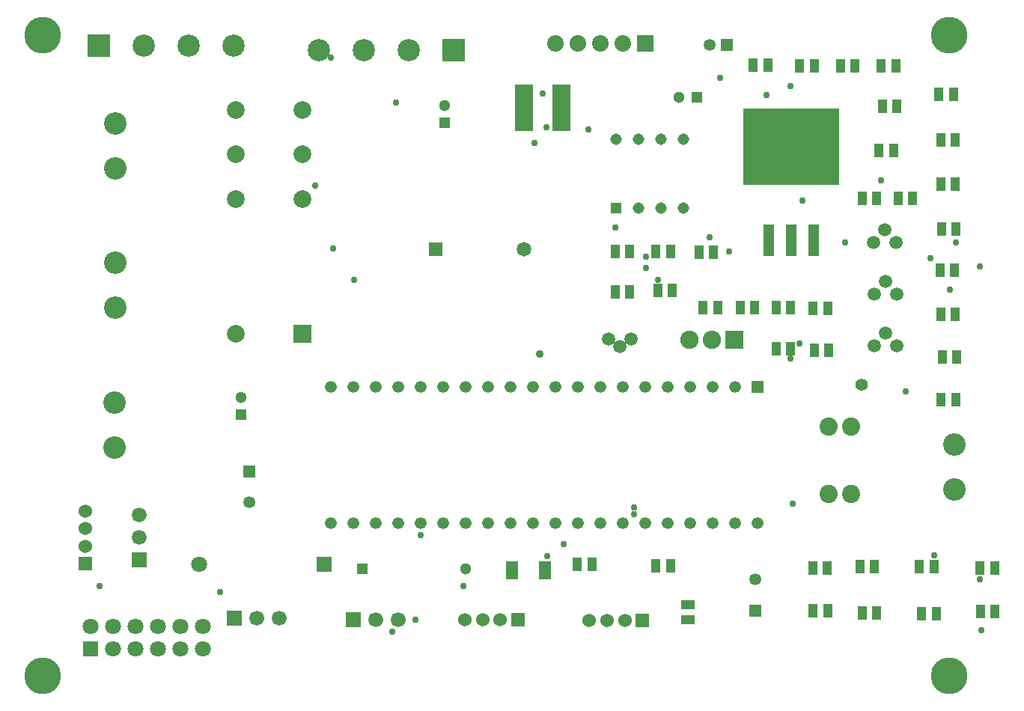
<source format=gts>
G04*
G04 #@! TF.GenerationSoftware,Altium Limited,Altium Designer,22.2.1 (43)*
G04*
G04 Layer_Color=8388736*
%FSLAX25Y25*%
%MOIN*%
G70*
G04*
G04 #@! TF.SameCoordinates,9B2A0443-DB6B-4A28-8C2A-7826D6EB9F8E*
G04*
G04*
G04 #@! TF.FilePolarity,Negative*
G04*
G01*
G75*
%ADD20R,0.03937X0.05906*%
%ADD21R,0.42717X0.34449*%
%ADD22R,0.04528X0.13976*%
%ADD23R,0.05906X0.03937*%
%ADD24R,0.05512X0.08465*%
%ADD25R,0.08071X0.20669*%
%ADD26R,0.07087X0.07087*%
%ADD27C,0.07087*%
%ADD28C,0.05906*%
%ADD29R,0.06028X0.06028*%
%ADD30C,0.06028*%
%ADD31R,0.05315X0.05315*%
%ADD32C,0.05315*%
%ADD33C,0.07874*%
%ADD34R,0.07874X0.07874*%
%ADD35C,0.10039*%
%ADD36C,0.05118*%
%ADD37R,0.05118X0.05118*%
%ADD38R,0.06496X0.06496*%
%ADD39C,0.06496*%
%ADD40C,0.09921*%
%ADD41R,0.09921X0.09921*%
%ADD42C,0.08150*%
%ADD43R,0.08150X0.08150*%
%ADD44R,0.05252X0.05252*%
%ADD45C,0.05252*%
%ADD46C,0.16339*%
%ADD47C,0.05150*%
%ADD48R,0.05150X0.05150*%
%ADD49R,0.05118X0.05118*%
%ADD50C,0.06614*%
%ADD51R,0.06614X0.06614*%
%ADD52R,0.05315X0.05315*%
%ADD53C,0.07382*%
%ADD54R,0.07382X0.07382*%
%ADD55R,0.06028X0.06028*%
%ADD56R,0.06614X0.06614*%
%ADD57C,0.08091*%
%ADD58C,0.02953*%
%ADD59C,0.05591*%
%ADD60C,0.03591*%
D20*
X612248Y387000D02*
D03*
X605752D02*
D03*
X630500Y176000D02*
D03*
X624004D02*
D03*
X604500Y155500D02*
D03*
X598004D02*
D03*
X486248Y177000D02*
D03*
X479752D02*
D03*
X630748Y156500D02*
D03*
X624252D02*
D03*
X603500Y176500D02*
D03*
X597004D02*
D03*
X571500Y156000D02*
D03*
X577996D02*
D03*
X556000Y176000D02*
D03*
X549504D02*
D03*
X606500Y289000D02*
D03*
X612996D02*
D03*
X523004Y400000D02*
D03*
X529500D02*
D03*
X543752Y399500D02*
D03*
X550248D02*
D03*
X570500Y176500D02*
D03*
X576996D02*
D03*
X549752Y157000D02*
D03*
X556248D02*
D03*
X549752Y291500D02*
D03*
X556248D02*
D03*
X550252Y273000D02*
D03*
X556748D02*
D03*
X467996Y299000D02*
D03*
X461500D02*
D03*
X613748Y270000D02*
D03*
X607252D02*
D03*
X587500Y340500D02*
D03*
X593996D02*
D03*
X606504Y347000D02*
D03*
X613000D02*
D03*
X579004Y362000D02*
D03*
X585500D02*
D03*
X577996Y340500D02*
D03*
X571500D02*
D03*
X499000Y316500D02*
D03*
X505496D02*
D03*
X586996Y381500D02*
D03*
X580500D02*
D03*
X523748Y292000D02*
D03*
X517252D02*
D03*
X480500Y299500D02*
D03*
X486996D02*
D03*
X486248Y317000D02*
D03*
X479752D02*
D03*
X468000D02*
D03*
X461504D02*
D03*
X613496Y327000D02*
D03*
X607000D02*
D03*
X507248Y292000D02*
D03*
X500752D02*
D03*
X444752Y177500D02*
D03*
X451248D02*
D03*
X612748Y308500D02*
D03*
X606252D02*
D03*
X562000Y399500D02*
D03*
X568496D02*
D03*
X606752Y251000D02*
D03*
X613248D02*
D03*
X580004Y399500D02*
D03*
X586500D02*
D03*
X533252Y273500D02*
D03*
X539748D02*
D03*
X533252Y292000D02*
D03*
X539748D02*
D03*
X613000Y366500D02*
D03*
X606504D02*
D03*
D21*
X540000Y363677D02*
D03*
D22*
X550000Y321945D02*
D03*
X540000D02*
D03*
X530000D02*
D03*
D23*
X494000Y159496D02*
D03*
Y153000D02*
D03*
D24*
X415618Y175000D02*
D03*
X430382D02*
D03*
D25*
X420964Y381000D02*
D03*
X437500D02*
D03*
D26*
X228000Y140000D02*
D03*
X332000Y177500D02*
D03*
D27*
X228000Y150000D02*
D03*
X238000Y140000D02*
D03*
Y150000D02*
D03*
X248000Y140000D02*
D03*
Y150000D02*
D03*
X258000Y140000D02*
D03*
Y150000D02*
D03*
X268000Y140000D02*
D03*
Y150000D02*
D03*
X278000Y140000D02*
D03*
Y150000D02*
D03*
X276488Y177500D02*
D03*
D28*
X577000Y274937D02*
D03*
X582000Y280437D02*
D03*
X587000Y274937D02*
D03*
X577000Y298000D02*
D03*
X582000Y303500D02*
D03*
X587000Y298000D02*
D03*
X576500Y321000D02*
D03*
X581500Y326500D02*
D03*
X586500Y321000D02*
D03*
X458500Y278000D02*
D03*
X463500Y274654D02*
D03*
X468500Y278000D02*
D03*
D29*
X473748Y152500D02*
D03*
X418248Y153000D02*
D03*
D30*
X465874Y152500D02*
D03*
X458000D02*
D03*
X450126D02*
D03*
X394626Y153000D02*
D03*
X402500D02*
D03*
X410374D02*
D03*
X225500Y185626D02*
D03*
Y193500D02*
D03*
Y201374D02*
D03*
D31*
X524000Y157000D02*
D03*
X298500Y219000D02*
D03*
D32*
X524000Y170780D02*
D03*
X298500Y205220D02*
D03*
X503500Y409000D02*
D03*
D33*
X322264Y379929D02*
D03*
Y360087D02*
D03*
Y340244D02*
D03*
X292736Y379929D02*
D03*
Y360087D02*
D03*
Y340244D02*
D03*
Y280165D02*
D03*
D34*
X322264D02*
D03*
D35*
X239000Y374000D02*
D03*
Y354000D02*
D03*
Y312000D02*
D03*
Y292000D02*
D03*
X238500Y229500D02*
D03*
Y249500D02*
D03*
X612500Y231000D02*
D03*
Y211000D02*
D03*
D36*
X295000Y252000D02*
D03*
X395000Y175500D02*
D03*
X385500Y382000D02*
D03*
X490126Y385500D02*
D03*
D37*
X295000Y244126D02*
D03*
X385500Y374126D02*
D03*
D38*
X381500Y318000D02*
D03*
D39*
X420870D02*
D03*
D40*
X329500Y406500D02*
D03*
X349500D02*
D03*
X369500D02*
D03*
X291500Y408500D02*
D03*
X271500D02*
D03*
X251500D02*
D03*
D41*
X389500Y406500D02*
D03*
X231500Y408500D02*
D03*
D42*
X494500Y277500D02*
D03*
X504500D02*
D03*
D43*
X514500D02*
D03*
D44*
X525000Y256500D02*
D03*
D45*
X515000D02*
D03*
X505000D02*
D03*
X495000D02*
D03*
X485000D02*
D03*
X475000D02*
D03*
X465000D02*
D03*
X455000D02*
D03*
X445000D02*
D03*
X435000D02*
D03*
X425000D02*
D03*
X415000D02*
D03*
X405000D02*
D03*
X395000D02*
D03*
X385000D02*
D03*
X375000D02*
D03*
X365000D02*
D03*
X355000D02*
D03*
X345000D02*
D03*
X335000D02*
D03*
Y195752D02*
D03*
X345000D02*
D03*
X355000D02*
D03*
X365000D02*
D03*
X375000D02*
D03*
X385000D02*
D03*
X395000D02*
D03*
X405000D02*
D03*
X415000D02*
D03*
X425000D02*
D03*
X435000D02*
D03*
X445000D02*
D03*
X455000D02*
D03*
X465000D02*
D03*
X475000D02*
D03*
X485000D02*
D03*
X495000D02*
D03*
X505000D02*
D03*
X515000D02*
D03*
X525000D02*
D03*
D46*
X206693Y413386D02*
D03*
Y127953D02*
D03*
X610236D02*
D03*
Y413386D02*
D03*
D47*
X462000Y367000D02*
D03*
X472000D02*
D03*
X482000D02*
D03*
X492000D02*
D03*
Y336252D02*
D03*
X482000D02*
D03*
X472000D02*
D03*
D48*
X462000D02*
D03*
D49*
X348937Y175500D02*
D03*
X498000Y385500D02*
D03*
D50*
X365000Y153000D02*
D03*
X355000D02*
D03*
X302000Y153500D02*
D03*
X312000D02*
D03*
X249500Y189500D02*
D03*
Y199500D02*
D03*
D51*
X345000Y153000D02*
D03*
X292000Y153500D02*
D03*
D52*
X511374Y409000D02*
D03*
D53*
X435000Y409500D02*
D03*
X445000D02*
D03*
X455000D02*
D03*
X465000D02*
D03*
D54*
X475000D02*
D03*
D55*
X225500Y177752D02*
D03*
D56*
X249500Y179500D02*
D03*
D57*
X566500Y239000D02*
D03*
X556500D02*
D03*
Y209000D02*
D03*
X566500D02*
D03*
D58*
X232000Y168000D02*
D03*
X602000Y314000D02*
D03*
X529000Y386600D02*
D03*
X334946Y403242D02*
D03*
X328100Y346300D02*
D03*
X394000Y168000D02*
D03*
X363900Y383100D02*
D03*
X610700Y300000D02*
D03*
X508400Y394400D02*
D03*
X470000Y203000D02*
D03*
X580019Y348700D02*
D03*
X590900Y254500D02*
D03*
X539748Y269300D02*
D03*
X449600Y371100D02*
D03*
X545000Y339481D02*
D03*
X624004Y310276D02*
D03*
X613496Y320784D02*
D03*
X624004Y170780D02*
D03*
X603500Y181600D02*
D03*
X431200Y181400D02*
D03*
X540719Y204681D02*
D03*
X461504Y327500D02*
D03*
X430900Y372400D02*
D03*
X425700Y365200D02*
D03*
X336100Y318300D02*
D03*
X362200Y147500D02*
D03*
X285800Y165200D02*
D03*
X503700Y323400D02*
D03*
X475200Y314600D02*
D03*
X470000Y199883D02*
D03*
X564000Y321000D02*
D03*
X345200Y304400D02*
D03*
X372800Y153000D02*
D03*
X480500Y304100D02*
D03*
X375100Y190700D02*
D03*
X438600Y186452D02*
D03*
X624800Y148200D02*
D03*
X429200Y387300D02*
D03*
X539800Y390600D02*
D03*
X475200Y309500D02*
D03*
X512200Y316800D02*
D03*
X543500Y275900D02*
D03*
D59*
X571264Y257500D02*
D03*
D60*
X428100Y271400D02*
D03*
M02*

</source>
